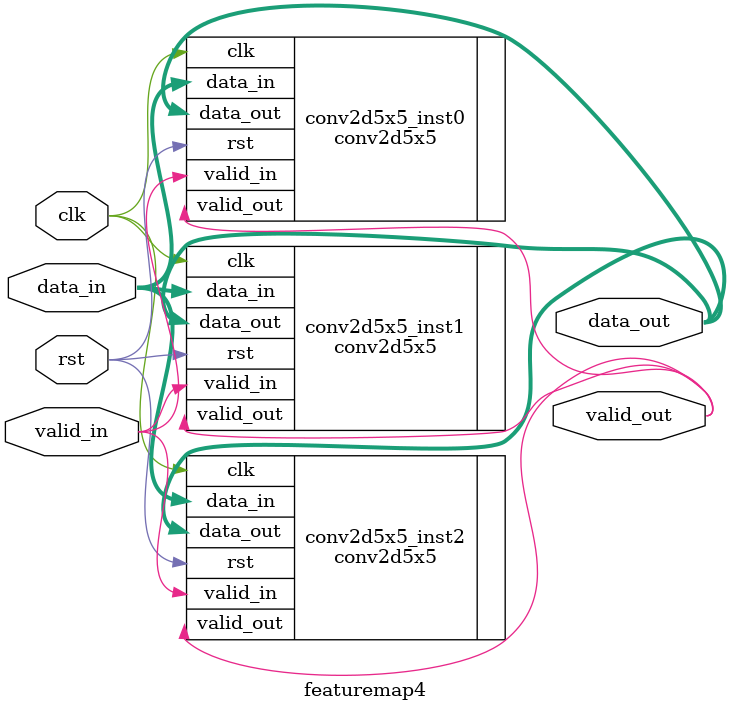
<source format=v>
module featuremap4(
	input clk,
	input rst,

	input [DATA_WIDTH - 1:0] data_in,
	input valid_in,

	output [DATA_WIDTH - 1:0] data_out,
	output valid_out
);
	parameter DATA_WIDTH = 24;
conv2d5x5 #(
	.w0(-0.053731956),
	.w1(0.10092049),
	.w2(-0.09923359),
	.w3(0.0058972454),
	.w4(-0.014974821),
	.w5(0.08036631),
	.w6(-0.08273384),
	.w7(-0.0425488),
	.w8(-0.055765543),
	.w9(0.065507315),
	.w10(0.04099769),
	.w11(0.015825808),
	.w12(-0.08832933),
	.w13(-0.012153113),
	.w14(-0.10947188),
	.w15(-0.09480668),
	.w16(0.08207682),
	.w17(-0.05715896),
	.w18(0.07945019),
	.w19(-0.06776747),
	.w20(0.06566027),
	.w21(-0.081792995),
	.w22(0.08097058),
	.w23(-0.009838002),
	.w24(0.0433402),
)
conv2d5x5_inst0(
	.clk(clk),
	.rst(rst),
	.data_in(data_in),
	.valid_in(valid_in),
	.data_out(data_out),
	.valid_out(valid_out)
);

conv2d5x5 #(
	.w0(0.07032161),
	.w1(-0.09053616),
	.w2(0.045173693),
	.w3(0.067935474),
	.w4(-0.073682405),
	.w5(0.060056332),
	.w6(-0.07589911),
	.w7(0.106547676),
	.w8(0.0022574768),
	.w9(-0.0816233),
	.w10(-0.02951384),
	.w11(-0.08103216),
	.w12(0.032579437),
	.w13(-0.041619767),
	.w14(-0.06459623),
	.w15(-0.09769),
	.w16(0.037186313),
	.w17(-0.028580483),
	.w18(0.057503924),
	.w19(-0.044959716),
	.w20(-0.017739804),
	.w21(-0.048362505),
	.w22(-0.011113269),
	.w23(-0.033565227),
	.w24(0.09422937),
)
conv2d5x5_inst1(
	.clk(clk),
	.rst(rst),
	.data_in(data_in),
	.valid_in(valid_in),
	.data_out(data_out),
	.valid_out(valid_out)
);

conv2d5x5 #(
	.w0(0.10517619),
	.w1(-0.06281464),
	.w2(-0.104100436),
	.w3(0.0015249532),
	.w4(-0.08494289),
	.w5(-0.08417986),
	.w6(0.1029205),
	.w7(0.09960193),
	.w8(-0.10759574),
	.w9(-0.034404345),
	.w10(-0.10309433),
	.w11(-0.1127541),
	.w12(-0.11468618),
	.w13(-0.073209986),
	.w14(0.020000048),
	.w15(-0.11433289),
	.w16(-0.07476218),
	.w17(0.025880555),
	.w18(0.041168228),
	.w19(-0.032675326),
	.w20(0.09212787),
	.w21(-0.063891746),
	.w22(-0.1058366),
	.w23(0.06992726),
	.w24(0.094000675),
)
conv2d5x5_inst2(
	.clk(clk),
	.rst(rst),
	.data_in(data_in),
	.valid_in(valid_in),
	.data_out(data_out),
	.valid_out(valid_out)
);

endmodule
</source>
